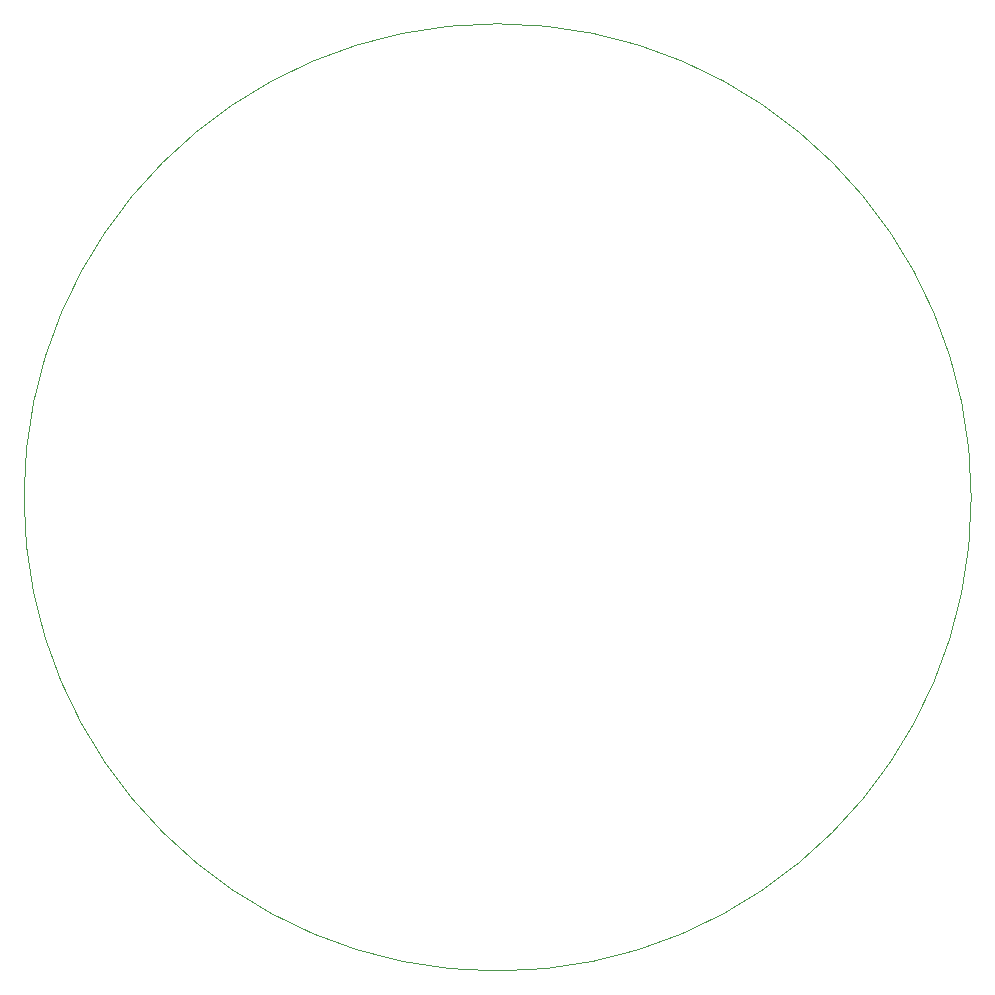
<source format=gm1>
G04 #@! TF.GenerationSoftware,KiCad,Pcbnew,(6.0.4-0)*
G04 #@! TF.CreationDate,2022-11-18T23:15:20+01:00*
G04 #@! TF.ProjectId,iO_Atletehe_rev1,694f5f41-746c-4657-9465-68655f726576,rev?*
G04 #@! TF.SameCoordinates,Original*
G04 #@! TF.FileFunction,Profile,NP*
%FSLAX46Y46*%
G04 Gerber Fmt 4.6, Leading zero omitted, Abs format (unit mm)*
G04 Created by KiCad (PCBNEW (6.0.4-0)) date 2022-11-18 23:15:20*
%MOMM*%
%LPD*%
G01*
G04 APERTURE LIST*
G04 #@! TA.AperFunction,Profile*
%ADD10C,0.050000*%
G04 #@! TD*
G04 APERTURE END LIST*
D10*
X188588400Y-104730800D02*
G75*
G03*
X188588400Y-104730800I-40100000J0D01*
G01*
M02*

</source>
